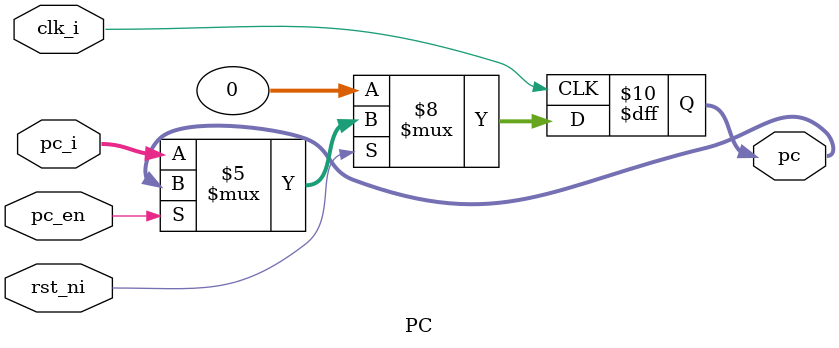
<source format=sv>
module PC #(parameter Width = 32) (
	input  logic  clk_i,pc_en,rst_ni,
	input  logic  [Width - 1:0] pc_i,
	output logic  [Width - 1:0] pc  
);
always_ff @(posedge clk_i) begin
 if(~rst_ni)
	pc <= '0;
 else if(pc_en == 1'b0)
  pc <= pc_i;
 else
  pc <= pc;
end
endmodule: PC

</source>
